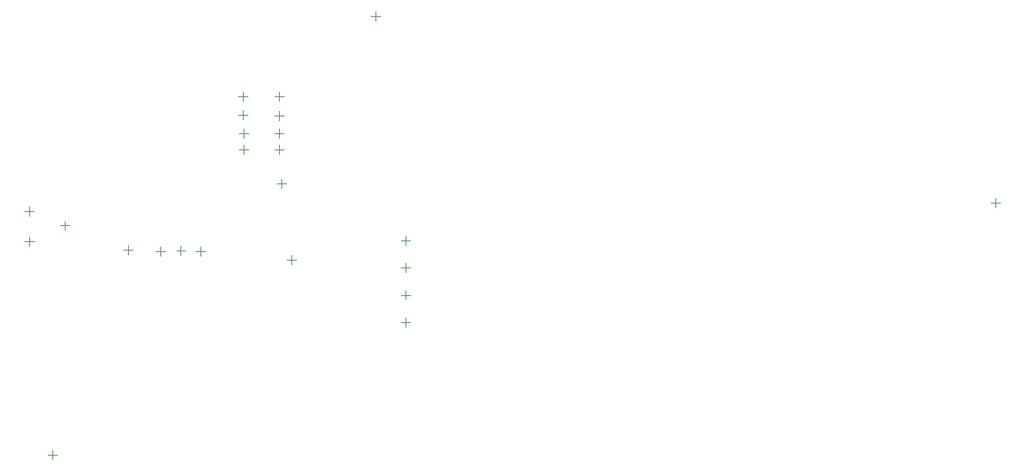
<source format=gbr>
%TF.GenerationSoftware,Altium Limited,Altium Designer,19.0.15 (446)*%
G04 Layer_Color=0*
%FSLAX45Y45*%
%MOMM*%
%TF.FileFunction,Other,Top_Component_Center*%
%TF.Part,Single*%
G01*
G75*
%TA.AperFunction,NonConductor*%
%ADD92C,0.10000*%
%ADD122C,0.05000*%
D92*
X3604794Y4480600D02*
Y4580600D01*
X3554794Y4530600D02*
X3654794D01*
X3604794Y4280600D02*
Y4380600D01*
X3554794Y4330600D02*
X3654794D01*
X3604794Y4105600D02*
Y4205600D01*
X3554794Y4155600D02*
X3654794D01*
X3206846Y4487200D02*
Y4587200D01*
X3156846Y4537200D02*
X3256845D01*
X3215846Y4280600D02*
Y4380600D01*
X3165846Y4330600D02*
X3265846D01*
X3215846Y4105600D02*
Y4205600D01*
X3165846Y4155600D02*
X3265846D01*
X2743200Y2985300D02*
Y3085300D01*
X2693200Y3035300D02*
X2793200D01*
X2298700Y2985300D02*
Y3085300D01*
X2248700Y3035300D02*
X2348700D01*
X3606800Y4687100D02*
Y4787100D01*
X3556800Y4737100D02*
X3656800D01*
X3211065Y4687100D02*
Y4787100D01*
X3161065Y4737100D02*
X3261065D01*
X813602Y3149601D02*
X913601D01*
X863599Y3099599D02*
Y3199599D01*
X813598Y3479799D02*
X913598D01*
X863600Y3429802D02*
Y3529802D01*
X4614093Y5620156D02*
X4714093D01*
X4664096Y5570154D02*
Y5670154D01*
X3582202Y3784600D02*
X3682202D01*
X3632199Y3734598D02*
Y3834598D01*
X3688882Y2941318D02*
X3788881D01*
X3738879Y2891321D02*
Y2991321D01*
X4945583Y3158280D02*
X5045583D01*
X4995581Y3108278D02*
Y3208278D01*
X4945583Y2858281D02*
X5045583D01*
X4995581Y2808278D02*
Y2908278D01*
X4945583Y2558281D02*
X5045583D01*
X4995581Y2508279D02*
Y2608279D01*
X4944379Y2254980D02*
X5044379D01*
X4994382Y2204983D02*
Y2304982D01*
X1893099Y3056888D02*
X1993099D01*
X1943102Y3006891D02*
Y3106891D01*
X2475498Y3047998D02*
X2575498D01*
X2525495Y2998001D02*
Y3098001D01*
D122*
X1117599Y750098D02*
Y850098D01*
X1067602Y800100D02*
X1167602D01*
X11418099Y3568699D02*
X11518099D01*
X11468102Y3518701D02*
Y3618701D01*
X1249401Y3271122D02*
Y3371122D01*
X1199398Y3321120D02*
X1299398D01*
%TF.MD5,5ef5163c631eb5e277a51b97b2cf5751*%
M02*

</source>
